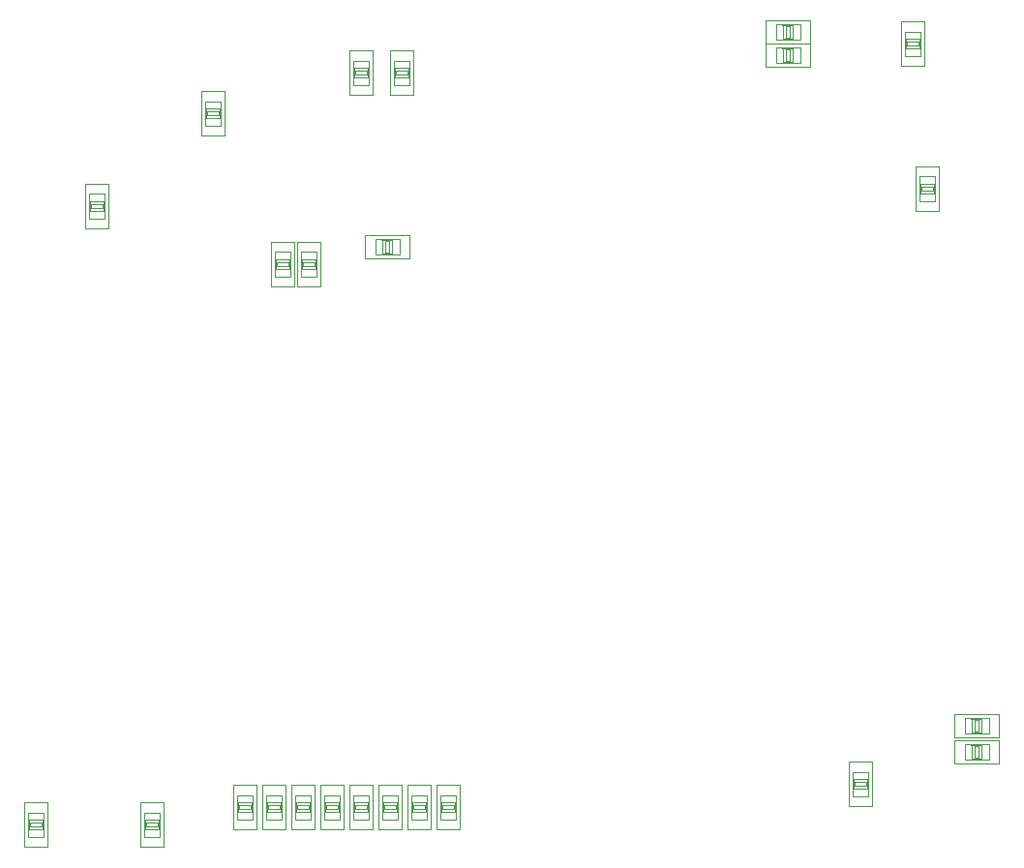
<source format=gbo>
%FSLAX34Y34*%
G04 Gerber Fmt 3.4, Leading zero omitted, Abs format*
G04 (created by PCBNEW (2014-02-26 BZR 4721)-product) date Donnerstag, 25. Dezember 2014 16:09:47*
%MOIN*%
G01*
G70*
G90*
G04 APERTURE LIST*
%ADD10C,0.005906*%
%ADD11C,0.002600*%
%ADD12C,0.006000*%
%ADD13C,0.002000*%
G04 APERTURE END LIST*
G54D10*
G54D11*
X67440Y-49375D02*
X67185Y-49375D01*
X67185Y-49375D02*
X67185Y-48824D01*
X67440Y-48824D02*
X67185Y-48824D01*
X67440Y-49375D02*
X67440Y-48824D01*
X68020Y-49375D02*
X67764Y-49375D01*
X67764Y-49375D02*
X67764Y-48824D01*
X68020Y-48824D02*
X67764Y-48824D01*
X68020Y-49375D02*
X68020Y-48824D01*
X67678Y-49296D02*
X67522Y-49296D01*
X67522Y-49296D02*
X67522Y-48904D01*
X67678Y-48904D02*
X67522Y-48904D01*
X67678Y-49296D02*
X67678Y-48904D01*
G54D12*
X67761Y-48850D02*
X67439Y-48850D01*
X67761Y-49350D02*
X67439Y-49350D01*
G54D13*
X68376Y-48713D02*
X66824Y-48713D01*
X66824Y-48713D02*
X66824Y-49487D01*
X66824Y-49487D02*
X68376Y-49487D01*
X68376Y-49487D02*
X68376Y-48713D01*
G54D11*
X67440Y-48475D02*
X67185Y-48475D01*
X67185Y-48475D02*
X67185Y-47924D01*
X67440Y-47924D02*
X67185Y-47924D01*
X67440Y-48475D02*
X67440Y-47924D01*
X68020Y-48475D02*
X67764Y-48475D01*
X67764Y-48475D02*
X67764Y-47924D01*
X68020Y-47924D02*
X67764Y-47924D01*
X68020Y-48475D02*
X68020Y-47924D01*
X67678Y-48396D02*
X67522Y-48396D01*
X67522Y-48396D02*
X67522Y-48004D01*
X67678Y-48004D02*
X67522Y-48004D01*
X67678Y-48396D02*
X67678Y-48004D01*
G54D12*
X67761Y-47950D02*
X67439Y-47950D01*
X67761Y-48450D02*
X67439Y-48450D01*
G54D13*
X68376Y-47813D02*
X66824Y-47813D01*
X66824Y-47813D02*
X66824Y-48587D01*
X66824Y-48587D02*
X68376Y-48587D01*
X68376Y-48587D02*
X68376Y-47813D01*
G54D11*
X63325Y-50040D02*
X63325Y-49785D01*
X63325Y-49785D02*
X63876Y-49785D01*
X63876Y-50040D02*
X63876Y-49785D01*
X63325Y-50040D02*
X63876Y-50040D01*
X63325Y-50620D02*
X63325Y-50364D01*
X63325Y-50364D02*
X63876Y-50364D01*
X63876Y-50620D02*
X63876Y-50364D01*
X63325Y-50620D02*
X63876Y-50620D01*
X63404Y-50278D02*
X63404Y-50122D01*
X63404Y-50122D02*
X63796Y-50122D01*
X63796Y-50278D02*
X63796Y-50122D01*
X63404Y-50278D02*
X63796Y-50278D01*
G54D12*
X63850Y-50361D02*
X63850Y-50039D01*
X63350Y-50361D02*
X63350Y-50039D01*
G54D13*
X63987Y-50976D02*
X63987Y-49424D01*
X63987Y-49424D02*
X63213Y-49424D01*
X63213Y-49424D02*
X63213Y-50976D01*
X63213Y-50976D02*
X63987Y-50976D01*
G54D11*
X47140Y-31975D02*
X46885Y-31975D01*
X46885Y-31975D02*
X46885Y-31424D01*
X47140Y-31424D02*
X46885Y-31424D01*
X47140Y-31975D02*
X47140Y-31424D01*
X47720Y-31975D02*
X47464Y-31975D01*
X47464Y-31975D02*
X47464Y-31424D01*
X47720Y-31424D02*
X47464Y-31424D01*
X47720Y-31975D02*
X47720Y-31424D01*
X47378Y-31896D02*
X47222Y-31896D01*
X47222Y-31896D02*
X47222Y-31504D01*
X47378Y-31504D02*
X47222Y-31504D01*
X47378Y-31896D02*
X47378Y-31504D01*
G54D12*
X47461Y-31450D02*
X47139Y-31450D01*
X47461Y-31950D02*
X47139Y-31950D01*
G54D13*
X48076Y-31313D02*
X46524Y-31313D01*
X46524Y-31313D02*
X46524Y-32087D01*
X46524Y-32087D02*
X48076Y-32087D01*
X48076Y-32087D02*
X48076Y-31313D01*
G54D11*
X44875Y-32460D02*
X44875Y-32715D01*
X44875Y-32715D02*
X44324Y-32715D01*
X44324Y-32460D02*
X44324Y-32715D01*
X44875Y-32460D02*
X44324Y-32460D01*
X44875Y-31880D02*
X44875Y-32136D01*
X44875Y-32136D02*
X44324Y-32136D01*
X44324Y-31880D02*
X44324Y-32136D01*
X44875Y-31880D02*
X44324Y-31880D01*
X44796Y-32222D02*
X44796Y-32378D01*
X44796Y-32378D02*
X44404Y-32378D01*
X44404Y-32222D02*
X44404Y-32378D01*
X44796Y-32222D02*
X44404Y-32222D01*
G54D12*
X44350Y-32139D02*
X44350Y-32461D01*
X44850Y-32139D02*
X44850Y-32461D01*
G54D13*
X44213Y-31524D02*
X44213Y-33076D01*
X44213Y-33076D02*
X44987Y-33076D01*
X44987Y-33076D02*
X44987Y-31524D01*
X44987Y-31524D02*
X44213Y-31524D01*
G54D11*
X37575Y-30460D02*
X37575Y-30715D01*
X37575Y-30715D02*
X37024Y-30715D01*
X37024Y-30460D02*
X37024Y-30715D01*
X37575Y-30460D02*
X37024Y-30460D01*
X37575Y-29880D02*
X37575Y-30136D01*
X37575Y-30136D02*
X37024Y-30136D01*
X37024Y-29880D02*
X37024Y-30136D01*
X37575Y-29880D02*
X37024Y-29880D01*
X37496Y-30222D02*
X37496Y-30378D01*
X37496Y-30378D02*
X37104Y-30378D01*
X37104Y-30222D02*
X37104Y-30378D01*
X37496Y-30222D02*
X37104Y-30222D01*
G54D12*
X37050Y-30139D02*
X37050Y-30461D01*
X37550Y-30139D02*
X37550Y-30461D01*
G54D13*
X36913Y-29524D02*
X36913Y-31076D01*
X36913Y-31076D02*
X37687Y-31076D01*
X37687Y-31076D02*
X37687Y-29524D01*
X37687Y-29524D02*
X36913Y-29524D01*
G54D11*
X43975Y-32460D02*
X43975Y-32715D01*
X43975Y-32715D02*
X43424Y-32715D01*
X43424Y-32460D02*
X43424Y-32715D01*
X43975Y-32460D02*
X43424Y-32460D01*
X43975Y-31880D02*
X43975Y-32136D01*
X43975Y-32136D02*
X43424Y-32136D01*
X43424Y-31880D02*
X43424Y-32136D01*
X43975Y-31880D02*
X43424Y-31880D01*
X43896Y-32222D02*
X43896Y-32378D01*
X43896Y-32378D02*
X43504Y-32378D01*
X43504Y-32222D02*
X43504Y-32378D01*
X43896Y-32222D02*
X43504Y-32222D01*
G54D12*
X43450Y-32139D02*
X43450Y-32461D01*
X43950Y-32139D02*
X43950Y-32461D01*
G54D13*
X43313Y-31524D02*
X43313Y-33076D01*
X43313Y-33076D02*
X44087Y-33076D01*
X44087Y-33076D02*
X44087Y-31524D01*
X44087Y-31524D02*
X43313Y-31524D01*
G54D11*
X34925Y-51440D02*
X34925Y-51185D01*
X34925Y-51185D02*
X35476Y-51185D01*
X35476Y-51440D02*
X35476Y-51185D01*
X34925Y-51440D02*
X35476Y-51440D01*
X34925Y-52020D02*
X34925Y-51764D01*
X34925Y-51764D02*
X35476Y-51764D01*
X35476Y-52020D02*
X35476Y-51764D01*
X34925Y-52020D02*
X35476Y-52020D01*
X35004Y-51678D02*
X35004Y-51522D01*
X35004Y-51522D02*
X35396Y-51522D01*
X35396Y-51678D02*
X35396Y-51522D01*
X35004Y-51678D02*
X35396Y-51678D01*
G54D12*
X35450Y-51761D02*
X35450Y-51439D01*
X34950Y-51761D02*
X34950Y-51439D01*
G54D13*
X35587Y-52376D02*
X35587Y-50824D01*
X35587Y-50824D02*
X34813Y-50824D01*
X34813Y-50824D02*
X34813Y-52376D01*
X34813Y-52376D02*
X35587Y-52376D01*
G54D11*
X38925Y-51440D02*
X38925Y-51185D01*
X38925Y-51185D02*
X39476Y-51185D01*
X39476Y-51440D02*
X39476Y-51185D01*
X38925Y-51440D02*
X39476Y-51440D01*
X38925Y-52020D02*
X38925Y-51764D01*
X38925Y-51764D02*
X39476Y-51764D01*
X39476Y-52020D02*
X39476Y-51764D01*
X38925Y-52020D02*
X39476Y-52020D01*
X39004Y-51678D02*
X39004Y-51522D01*
X39004Y-51522D02*
X39396Y-51522D01*
X39396Y-51678D02*
X39396Y-51522D01*
X39004Y-51678D02*
X39396Y-51678D01*
G54D12*
X39450Y-51761D02*
X39450Y-51439D01*
X38950Y-51761D02*
X38950Y-51439D01*
G54D13*
X39587Y-52376D02*
X39587Y-50824D01*
X39587Y-50824D02*
X38813Y-50824D01*
X38813Y-50824D02*
X38813Y-52376D01*
X38813Y-52376D02*
X39587Y-52376D01*
G54D11*
X42125Y-50840D02*
X42125Y-50585D01*
X42125Y-50585D02*
X42676Y-50585D01*
X42676Y-50840D02*
X42676Y-50585D01*
X42125Y-50840D02*
X42676Y-50840D01*
X42125Y-51420D02*
X42125Y-51164D01*
X42125Y-51164D02*
X42676Y-51164D01*
X42676Y-51420D02*
X42676Y-51164D01*
X42125Y-51420D02*
X42676Y-51420D01*
X42204Y-51078D02*
X42204Y-50922D01*
X42204Y-50922D02*
X42596Y-50922D01*
X42596Y-51078D02*
X42596Y-50922D01*
X42204Y-51078D02*
X42596Y-51078D01*
G54D12*
X42650Y-51161D02*
X42650Y-50839D01*
X42150Y-51161D02*
X42150Y-50839D01*
G54D13*
X42787Y-51776D02*
X42787Y-50224D01*
X42787Y-50224D02*
X42013Y-50224D01*
X42013Y-50224D02*
X42013Y-51776D01*
X42013Y-51776D02*
X42787Y-51776D01*
G54D11*
X43125Y-50840D02*
X43125Y-50585D01*
X43125Y-50585D02*
X43676Y-50585D01*
X43676Y-50840D02*
X43676Y-50585D01*
X43125Y-50840D02*
X43676Y-50840D01*
X43125Y-51420D02*
X43125Y-51164D01*
X43125Y-51164D02*
X43676Y-51164D01*
X43676Y-51420D02*
X43676Y-51164D01*
X43125Y-51420D02*
X43676Y-51420D01*
X43204Y-51078D02*
X43204Y-50922D01*
X43204Y-50922D02*
X43596Y-50922D01*
X43596Y-51078D02*
X43596Y-50922D01*
X43204Y-51078D02*
X43596Y-51078D01*
G54D12*
X43650Y-51161D02*
X43650Y-50839D01*
X43150Y-51161D02*
X43150Y-50839D01*
G54D13*
X43787Y-51776D02*
X43787Y-50224D01*
X43787Y-50224D02*
X43013Y-50224D01*
X43013Y-50224D02*
X43013Y-51776D01*
X43013Y-51776D02*
X43787Y-51776D01*
G54D11*
X44125Y-50840D02*
X44125Y-50585D01*
X44125Y-50585D02*
X44676Y-50585D01*
X44676Y-50840D02*
X44676Y-50585D01*
X44125Y-50840D02*
X44676Y-50840D01*
X44125Y-51420D02*
X44125Y-51164D01*
X44125Y-51164D02*
X44676Y-51164D01*
X44676Y-51420D02*
X44676Y-51164D01*
X44125Y-51420D02*
X44676Y-51420D01*
X44204Y-51078D02*
X44204Y-50922D01*
X44204Y-50922D02*
X44596Y-50922D01*
X44596Y-51078D02*
X44596Y-50922D01*
X44204Y-51078D02*
X44596Y-51078D01*
G54D12*
X44650Y-51161D02*
X44650Y-50839D01*
X44150Y-51161D02*
X44150Y-50839D01*
G54D13*
X44787Y-51776D02*
X44787Y-50224D01*
X44787Y-50224D02*
X44013Y-50224D01*
X44013Y-50224D02*
X44013Y-51776D01*
X44013Y-51776D02*
X44787Y-51776D01*
G54D11*
X45125Y-50840D02*
X45125Y-50585D01*
X45125Y-50585D02*
X45676Y-50585D01*
X45676Y-50840D02*
X45676Y-50585D01*
X45125Y-50840D02*
X45676Y-50840D01*
X45125Y-51420D02*
X45125Y-51164D01*
X45125Y-51164D02*
X45676Y-51164D01*
X45676Y-51420D02*
X45676Y-51164D01*
X45125Y-51420D02*
X45676Y-51420D01*
X45204Y-51078D02*
X45204Y-50922D01*
X45204Y-50922D02*
X45596Y-50922D01*
X45596Y-51078D02*
X45596Y-50922D01*
X45204Y-51078D02*
X45596Y-51078D01*
G54D12*
X45650Y-51161D02*
X45650Y-50839D01*
X45150Y-51161D02*
X45150Y-50839D01*
G54D13*
X45787Y-51776D02*
X45787Y-50224D01*
X45787Y-50224D02*
X45013Y-50224D01*
X45013Y-50224D02*
X45013Y-51776D01*
X45013Y-51776D02*
X45787Y-51776D01*
G54D11*
X46125Y-50840D02*
X46125Y-50585D01*
X46125Y-50585D02*
X46676Y-50585D01*
X46676Y-50840D02*
X46676Y-50585D01*
X46125Y-50840D02*
X46676Y-50840D01*
X46125Y-51420D02*
X46125Y-51164D01*
X46125Y-51164D02*
X46676Y-51164D01*
X46676Y-51420D02*
X46676Y-51164D01*
X46125Y-51420D02*
X46676Y-51420D01*
X46204Y-51078D02*
X46204Y-50922D01*
X46204Y-50922D02*
X46596Y-50922D01*
X46596Y-51078D02*
X46596Y-50922D01*
X46204Y-51078D02*
X46596Y-51078D01*
G54D12*
X46650Y-51161D02*
X46650Y-50839D01*
X46150Y-51161D02*
X46150Y-50839D01*
G54D13*
X46787Y-51776D02*
X46787Y-50224D01*
X46787Y-50224D02*
X46013Y-50224D01*
X46013Y-50224D02*
X46013Y-51776D01*
X46013Y-51776D02*
X46787Y-51776D01*
G54D11*
X47125Y-50840D02*
X47125Y-50585D01*
X47125Y-50585D02*
X47676Y-50585D01*
X47676Y-50840D02*
X47676Y-50585D01*
X47125Y-50840D02*
X47676Y-50840D01*
X47125Y-51420D02*
X47125Y-51164D01*
X47125Y-51164D02*
X47676Y-51164D01*
X47676Y-51420D02*
X47676Y-51164D01*
X47125Y-51420D02*
X47676Y-51420D01*
X47204Y-51078D02*
X47204Y-50922D01*
X47204Y-50922D02*
X47596Y-50922D01*
X47596Y-51078D02*
X47596Y-50922D01*
X47204Y-51078D02*
X47596Y-51078D01*
G54D12*
X47650Y-51161D02*
X47650Y-50839D01*
X47150Y-51161D02*
X47150Y-50839D01*
G54D13*
X47787Y-51776D02*
X47787Y-50224D01*
X47787Y-50224D02*
X47013Y-50224D01*
X47013Y-50224D02*
X47013Y-51776D01*
X47013Y-51776D02*
X47787Y-51776D01*
G54D11*
X48125Y-50840D02*
X48125Y-50585D01*
X48125Y-50585D02*
X48676Y-50585D01*
X48676Y-50840D02*
X48676Y-50585D01*
X48125Y-50840D02*
X48676Y-50840D01*
X48125Y-51420D02*
X48125Y-51164D01*
X48125Y-51164D02*
X48676Y-51164D01*
X48676Y-51420D02*
X48676Y-51164D01*
X48125Y-51420D02*
X48676Y-51420D01*
X48204Y-51078D02*
X48204Y-50922D01*
X48204Y-50922D02*
X48596Y-50922D01*
X48596Y-51078D02*
X48596Y-50922D01*
X48204Y-51078D02*
X48596Y-51078D01*
G54D12*
X48650Y-51161D02*
X48650Y-50839D01*
X48150Y-51161D02*
X48150Y-50839D01*
G54D13*
X48787Y-51776D02*
X48787Y-50224D01*
X48787Y-50224D02*
X48013Y-50224D01*
X48013Y-50224D02*
X48013Y-51776D01*
X48013Y-51776D02*
X48787Y-51776D01*
G54D11*
X49125Y-50840D02*
X49125Y-50585D01*
X49125Y-50585D02*
X49676Y-50585D01*
X49676Y-50840D02*
X49676Y-50585D01*
X49125Y-50840D02*
X49676Y-50840D01*
X49125Y-51420D02*
X49125Y-51164D01*
X49125Y-51164D02*
X49676Y-51164D01*
X49676Y-51420D02*
X49676Y-51164D01*
X49125Y-51420D02*
X49676Y-51420D01*
X49204Y-51078D02*
X49204Y-50922D01*
X49204Y-50922D02*
X49596Y-50922D01*
X49596Y-51078D02*
X49596Y-50922D01*
X49204Y-51078D02*
X49596Y-51078D01*
G54D12*
X49650Y-51161D02*
X49650Y-50839D01*
X49150Y-51161D02*
X49150Y-50839D01*
G54D13*
X49787Y-51776D02*
X49787Y-50224D01*
X49787Y-50224D02*
X49013Y-50224D01*
X49013Y-50224D02*
X49013Y-51776D01*
X49013Y-51776D02*
X49787Y-51776D01*
G54D11*
X41025Y-26940D02*
X41025Y-26685D01*
X41025Y-26685D02*
X41576Y-26685D01*
X41576Y-26940D02*
X41576Y-26685D01*
X41025Y-26940D02*
X41576Y-26940D01*
X41025Y-27520D02*
X41025Y-27264D01*
X41025Y-27264D02*
X41576Y-27264D01*
X41576Y-27520D02*
X41576Y-27264D01*
X41025Y-27520D02*
X41576Y-27520D01*
X41104Y-27178D02*
X41104Y-27022D01*
X41104Y-27022D02*
X41496Y-27022D01*
X41496Y-27178D02*
X41496Y-27022D01*
X41104Y-27178D02*
X41496Y-27178D01*
G54D12*
X41550Y-27261D02*
X41550Y-26939D01*
X41050Y-27261D02*
X41050Y-26939D01*
G54D13*
X41687Y-27876D02*
X41687Y-26324D01*
X41687Y-26324D02*
X40913Y-26324D01*
X40913Y-26324D02*
X40913Y-27876D01*
X40913Y-27876D02*
X41687Y-27876D01*
G54D11*
X66175Y-29860D02*
X66175Y-30115D01*
X66175Y-30115D02*
X65624Y-30115D01*
X65624Y-29860D02*
X65624Y-30115D01*
X66175Y-29860D02*
X65624Y-29860D01*
X66175Y-29280D02*
X66175Y-29536D01*
X66175Y-29536D02*
X65624Y-29536D01*
X65624Y-29280D02*
X65624Y-29536D01*
X66175Y-29280D02*
X65624Y-29280D01*
X66096Y-29622D02*
X66096Y-29778D01*
X66096Y-29778D02*
X65704Y-29778D01*
X65704Y-29622D02*
X65704Y-29778D01*
X66096Y-29622D02*
X65704Y-29622D01*
G54D12*
X65650Y-29539D02*
X65650Y-29861D01*
X66150Y-29539D02*
X66150Y-29861D01*
G54D13*
X65513Y-28924D02*
X65513Y-30476D01*
X65513Y-30476D02*
X66287Y-30476D01*
X66287Y-30476D02*
X66287Y-28924D01*
X66287Y-28924D02*
X65513Y-28924D01*
G54D11*
X61260Y-24025D02*
X61515Y-24025D01*
X61515Y-24025D02*
X61515Y-24576D01*
X61260Y-24576D02*
X61515Y-24576D01*
X61260Y-24025D02*
X61260Y-24576D01*
X60680Y-24025D02*
X60936Y-24025D01*
X60936Y-24025D02*
X60936Y-24576D01*
X60680Y-24576D02*
X60936Y-24576D01*
X60680Y-24025D02*
X60680Y-24576D01*
X61022Y-24104D02*
X61178Y-24104D01*
X61178Y-24104D02*
X61178Y-24496D01*
X61022Y-24496D02*
X61178Y-24496D01*
X61022Y-24104D02*
X61022Y-24496D01*
G54D12*
X60939Y-24550D02*
X61261Y-24550D01*
X60939Y-24050D02*
X61261Y-24050D01*
G54D13*
X60324Y-24687D02*
X61876Y-24687D01*
X61876Y-24687D02*
X61876Y-23913D01*
X61876Y-23913D02*
X60324Y-23913D01*
X60324Y-23913D02*
X60324Y-24687D01*
G54D11*
X60940Y-25375D02*
X60685Y-25375D01*
X60685Y-25375D02*
X60685Y-24824D01*
X60940Y-24824D02*
X60685Y-24824D01*
X60940Y-25375D02*
X60940Y-24824D01*
X61520Y-25375D02*
X61264Y-25375D01*
X61264Y-25375D02*
X61264Y-24824D01*
X61520Y-24824D02*
X61264Y-24824D01*
X61520Y-25375D02*
X61520Y-24824D01*
X61178Y-25296D02*
X61022Y-25296D01*
X61022Y-25296D02*
X61022Y-24904D01*
X61178Y-24904D02*
X61022Y-24904D01*
X61178Y-25296D02*
X61178Y-24904D01*
G54D12*
X61261Y-24850D02*
X60939Y-24850D01*
X61261Y-25350D02*
X60939Y-25350D01*
G54D13*
X61876Y-24713D02*
X60324Y-24713D01*
X60324Y-24713D02*
X60324Y-25487D01*
X60324Y-25487D02*
X61876Y-25487D01*
X61876Y-25487D02*
X61876Y-24713D01*
G54D11*
X65125Y-24540D02*
X65125Y-24285D01*
X65125Y-24285D02*
X65676Y-24285D01*
X65676Y-24540D02*
X65676Y-24285D01*
X65125Y-24540D02*
X65676Y-24540D01*
X65125Y-25120D02*
X65125Y-24864D01*
X65125Y-24864D02*
X65676Y-24864D01*
X65676Y-25120D02*
X65676Y-24864D01*
X65125Y-25120D02*
X65676Y-25120D01*
X65204Y-24778D02*
X65204Y-24622D01*
X65204Y-24622D02*
X65596Y-24622D01*
X65596Y-24778D02*
X65596Y-24622D01*
X65204Y-24778D02*
X65596Y-24778D01*
G54D12*
X65650Y-24861D02*
X65650Y-24539D01*
X65150Y-24861D02*
X65150Y-24539D01*
G54D13*
X65787Y-25476D02*
X65787Y-23924D01*
X65787Y-23924D02*
X65013Y-23924D01*
X65013Y-23924D02*
X65013Y-25476D01*
X65013Y-25476D02*
X65787Y-25476D01*
G54D11*
X47525Y-25540D02*
X47525Y-25285D01*
X47525Y-25285D02*
X48076Y-25285D01*
X48076Y-25540D02*
X48076Y-25285D01*
X47525Y-25540D02*
X48076Y-25540D01*
X47525Y-26120D02*
X47525Y-25864D01*
X47525Y-25864D02*
X48076Y-25864D01*
X48076Y-26120D02*
X48076Y-25864D01*
X47525Y-26120D02*
X48076Y-26120D01*
X47604Y-25778D02*
X47604Y-25622D01*
X47604Y-25622D02*
X47996Y-25622D01*
X47996Y-25778D02*
X47996Y-25622D01*
X47604Y-25778D02*
X47996Y-25778D01*
G54D12*
X48050Y-25861D02*
X48050Y-25539D01*
X47550Y-25861D02*
X47550Y-25539D01*
G54D13*
X48187Y-26476D02*
X48187Y-24924D01*
X48187Y-24924D02*
X47413Y-24924D01*
X47413Y-24924D02*
X47413Y-26476D01*
X47413Y-26476D02*
X48187Y-26476D01*
G54D11*
X46125Y-25540D02*
X46125Y-25285D01*
X46125Y-25285D02*
X46676Y-25285D01*
X46676Y-25540D02*
X46676Y-25285D01*
X46125Y-25540D02*
X46676Y-25540D01*
X46125Y-26120D02*
X46125Y-25864D01*
X46125Y-25864D02*
X46676Y-25864D01*
X46676Y-26120D02*
X46676Y-25864D01*
X46125Y-26120D02*
X46676Y-26120D01*
X46204Y-25778D02*
X46204Y-25622D01*
X46204Y-25622D02*
X46596Y-25622D01*
X46596Y-25778D02*
X46596Y-25622D01*
X46204Y-25778D02*
X46596Y-25778D01*
G54D12*
X46650Y-25861D02*
X46650Y-25539D01*
X46150Y-25861D02*
X46150Y-25539D01*
G54D13*
X46787Y-26476D02*
X46787Y-24924D01*
X46787Y-24924D02*
X46013Y-24924D01*
X46013Y-24924D02*
X46013Y-26476D01*
X46013Y-26476D02*
X46787Y-26476D01*
M02*

</source>
